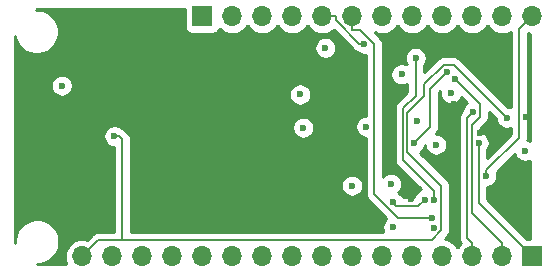
<source format=gbr>
G04 #@! TF.GenerationSoftware,KiCad,Pcbnew,(5.1.4)-1*
G04 #@! TF.CreationDate,2019-11-20T19:39:55+01:00*
G04 #@! TF.ProjectId,Open_Telemetry_digitalSensorShield,4f70656e-5f54-4656-9c65-6d657472795f,P1A_02 - Prototype manuf.*
G04 #@! TF.SameCoordinates,Original*
G04 #@! TF.FileFunction,Copper,L4,Bot*
G04 #@! TF.FilePolarity,Positive*
%FSLAX46Y46*%
G04 Gerber Fmt 4.6, Leading zero omitted, Abs format (unit mm)*
G04 Created by KiCad (PCBNEW (5.1.4)-1) date 2019-11-20 19:39:55*
%MOMM*%
%LPD*%
G04 APERTURE LIST*
%ADD10O,1.700000X1.700000*%
%ADD11R,1.700000X1.700000*%
%ADD12C,0.600000*%
%ADD13C,0.160000*%
%ADD14C,0.254000*%
G04 APERTURE END LIST*
D10*
X258445000Y-133223000D03*
X255905000Y-133223000D03*
X253365000Y-133223000D03*
X250825000Y-133223000D03*
X248285000Y-133223000D03*
X245745000Y-133223000D03*
X243205000Y-133223000D03*
X240665000Y-133223000D03*
X238125000Y-133223000D03*
X235585000Y-133223000D03*
X233045000Y-133223000D03*
D11*
X230505000Y-133223000D03*
D10*
X220345000Y-153543000D03*
X222885000Y-153543000D03*
X225425000Y-153543000D03*
X227965000Y-153543000D03*
X230505000Y-153543000D03*
X233045000Y-153543000D03*
X235585000Y-153543000D03*
X238125000Y-153543000D03*
X240665000Y-153543000D03*
X243205000Y-153543000D03*
X245745000Y-153543000D03*
X248285000Y-153543000D03*
X250825000Y-153543000D03*
X253365000Y-153543000D03*
X255905000Y-153543000D03*
D11*
X258445000Y-153543000D03*
D12*
X246700000Y-151050000D03*
X250310300Y-144077700D03*
X248705000Y-142084500D03*
X246500000Y-147400000D03*
X218624400Y-139076200D03*
X250097900Y-151099900D03*
X251569300Y-139723000D03*
X238796300Y-139829700D03*
X244415600Y-142555900D03*
X240941000Y-135882800D03*
X257840000Y-144592800D03*
X247384000Y-138120700D03*
X239065000Y-142629700D03*
X243200000Y-147550000D03*
X219235020Y-149138640D03*
X219161360Y-145130520D03*
X248197100Y-148679300D03*
X244012720Y-144477740D03*
X244438700Y-148952500D03*
X221539000Y-150760700D03*
X244223540Y-137302240D03*
X243200000Y-150550000D03*
X244045740Y-141366240D03*
X215100000Y-148700000D03*
X251818100Y-140625700D03*
X215100000Y-145750000D03*
X253987200Y-143058500D03*
X256286000Y-136796000D03*
X256298700Y-146019520D03*
X246443300Y-140402000D03*
X216500000Y-147200000D03*
X219161360Y-142128240D03*
X241239040Y-141881860D03*
X224708720Y-148645880D03*
X257957320Y-141739620D03*
X257939540Y-151643080D03*
X257939540Y-151643080D03*
X234066080Y-148617940D03*
X223509840Y-140827760D03*
X226918520Y-133192520D03*
X238150400Y-135270240D03*
X239313720Y-146110960D03*
X220878400Y-133225540D03*
X216916000Y-144078960D03*
X229453440Y-148628100D03*
X227002340Y-150715980D03*
X231886760Y-150715980D03*
X225371660Y-140294360D03*
X229412800Y-140276580D03*
X233372660Y-140281660D03*
X225356420Y-146685000D03*
X233423460Y-146700240D03*
X233408220Y-143502380D03*
X225356420Y-143517620D03*
X229397560Y-143517620D03*
X229397560Y-146685000D03*
X233253280Y-135280400D03*
X228356160Y-135315960D03*
X223641920Y-135354060D03*
X257121660Y-149085300D03*
X247002300Y-136631680D03*
X256286000Y-141783400D03*
X223070420Y-143362680D03*
X253463500Y-141288600D03*
X251938900Y-138529900D03*
X253906200Y-143916200D03*
X254573600Y-146717800D03*
X249981400Y-150287900D03*
X244232900Y-135531200D03*
X248455500Y-143954100D03*
X251241200Y-137905900D03*
X246664900Y-148950000D03*
X249342600Y-148736700D03*
X248584900Y-136747500D03*
X250148600Y-148778400D03*
D13*
X249922100Y-152169400D02*
X250754700Y-151336800D01*
X250754700Y-151336800D02*
X250754700Y-147551700D01*
X250754700Y-147551700D02*
X247868400Y-144665400D01*
X247868400Y-144665400D02*
X247868400Y-141402400D01*
X247868400Y-141402400D02*
X249280500Y-139990300D01*
X249280500Y-139990300D02*
X249280500Y-138971300D01*
X249280500Y-138971300D02*
X250948900Y-137302900D01*
X250948900Y-137302900D02*
X251805500Y-137302900D01*
X251805500Y-137302900D02*
X256286000Y-141783400D01*
X224230600Y-152169400D02*
X249922100Y-152169400D01*
X221718600Y-152169400D02*
X220345000Y-153543000D01*
X223733900Y-143601896D02*
X223733900Y-152169400D01*
X223494684Y-143362680D02*
X223733900Y-143601896D01*
X223070420Y-143362680D02*
X223494684Y-143362680D01*
X224230600Y-152169400D02*
X223733900Y-152169400D01*
X223733900Y-152169400D02*
X221718600Y-152169400D01*
X253463500Y-141288600D02*
X252963100Y-141789000D01*
X252963100Y-141789000D02*
X252963100Y-152010800D01*
X252963100Y-152010800D02*
X253365000Y-152412700D01*
X253365000Y-153543000D02*
X253365000Y-152412700D01*
X251938900Y-138529900D02*
X254048100Y-140639100D01*
X254048100Y-140639100D02*
X254048100Y-141726400D01*
X254048100Y-141726400D02*
X253323400Y-142451100D01*
X253323400Y-142451100D02*
X253323400Y-149831100D01*
X253323400Y-149831100D02*
X255905000Y-152412700D01*
X255905000Y-153543000D02*
X255905000Y-152412700D01*
X258445000Y-153543000D02*
X253906200Y-149004200D01*
X253906200Y-149004200D02*
X253906200Y-143916200D01*
X254573600Y-146717800D02*
X254573600Y-146252600D01*
X254573600Y-146252600D02*
X257348400Y-143477800D01*
X257348400Y-143477800D02*
X257348400Y-134319600D01*
X257348400Y-134319600D02*
X258445000Y-133223000D01*
X243205000Y-134353300D02*
X243893700Y-134353300D01*
X243893700Y-134353300D02*
X245086300Y-135545900D01*
X245086300Y-135545900D02*
X245086300Y-148295100D01*
X245086300Y-148295100D02*
X247079100Y-150287900D01*
X247079100Y-150287900D02*
X249981400Y-150287900D01*
X243205000Y-133223000D02*
X243205000Y-134353300D01*
X240665000Y-133223000D02*
X241795300Y-133223000D01*
X241795300Y-133223000D02*
X241795300Y-133505600D01*
X241795300Y-133505600D02*
X243820900Y-135531200D01*
X243820900Y-135531200D02*
X244232900Y-135531200D01*
X248455500Y-143954100D02*
X249820700Y-142588900D01*
X249820700Y-142588900D02*
X249820700Y-139326400D01*
X249820700Y-139326400D02*
X251241200Y-137905900D01*
X246664900Y-149035700D02*
X246890800Y-149261600D01*
X246890800Y-149261600D02*
X248817700Y-149261600D01*
X248817700Y-149261600D02*
X249342600Y-148736700D01*
X248584900Y-136747500D02*
X248584900Y-139921700D01*
X248584900Y-139921700D02*
X247508000Y-140998600D01*
X247508000Y-140998600D02*
X247508000Y-145376500D01*
X247508000Y-145376500D02*
X250148600Y-148017100D01*
X250148600Y-148017100D02*
X250148600Y-148778400D01*
D14*
G36*
X229016928Y-134073000D02*
G01*
X229029188Y-134197482D01*
X229065498Y-134317180D01*
X229124463Y-134427494D01*
X229203815Y-134524185D01*
X229300506Y-134603537D01*
X229410820Y-134662502D01*
X229530518Y-134698812D01*
X229655000Y-134711072D01*
X231355000Y-134711072D01*
X231479482Y-134698812D01*
X231599180Y-134662502D01*
X231709494Y-134603537D01*
X231806185Y-134524185D01*
X231885537Y-134427494D01*
X231944502Y-134317180D01*
X231965393Y-134248313D01*
X231989866Y-134278134D01*
X232215986Y-134463706D01*
X232473966Y-134601599D01*
X232753889Y-134686513D01*
X232972050Y-134708000D01*
X233117950Y-134708000D01*
X233336111Y-134686513D01*
X233616034Y-134601599D01*
X233874014Y-134463706D01*
X234100134Y-134278134D01*
X234285706Y-134052014D01*
X234315000Y-133997209D01*
X234344294Y-134052014D01*
X234529866Y-134278134D01*
X234755986Y-134463706D01*
X235013966Y-134601599D01*
X235293889Y-134686513D01*
X235512050Y-134708000D01*
X235657950Y-134708000D01*
X235876111Y-134686513D01*
X236156034Y-134601599D01*
X236414014Y-134463706D01*
X236640134Y-134278134D01*
X236825706Y-134052014D01*
X236855000Y-133997209D01*
X236884294Y-134052014D01*
X237069866Y-134278134D01*
X237295986Y-134463706D01*
X237553966Y-134601599D01*
X237833889Y-134686513D01*
X238052050Y-134708000D01*
X238197950Y-134708000D01*
X238416111Y-134686513D01*
X238696034Y-134601599D01*
X238954014Y-134463706D01*
X239180134Y-134278134D01*
X239365706Y-134052014D01*
X239395000Y-133997209D01*
X239424294Y-134052014D01*
X239609866Y-134278134D01*
X239835986Y-134463706D01*
X240093966Y-134601599D01*
X240373889Y-134686513D01*
X240592050Y-134708000D01*
X240737950Y-134708000D01*
X240956111Y-134686513D01*
X241236034Y-134601599D01*
X241494014Y-134463706D01*
X241630354Y-134351815D01*
X243290484Y-136011946D01*
X243312873Y-136039227D01*
X243421746Y-136128577D01*
X243545958Y-136194970D01*
X243586756Y-136207346D01*
X243636872Y-136257462D01*
X243790011Y-136359786D01*
X243960171Y-136430268D01*
X244140811Y-136466200D01*
X244324989Y-136466200D01*
X244371300Y-136456988D01*
X244371300Y-141620900D01*
X244323511Y-141620900D01*
X244142871Y-141656832D01*
X243972711Y-141727314D01*
X243819572Y-141829638D01*
X243689338Y-141959872D01*
X243587014Y-142113011D01*
X243516532Y-142283171D01*
X243480600Y-142463811D01*
X243480600Y-142647989D01*
X243516532Y-142828629D01*
X243587014Y-142998789D01*
X243689338Y-143151928D01*
X243819572Y-143282162D01*
X243972711Y-143384486D01*
X244142871Y-143454968D01*
X244323511Y-143490900D01*
X244371301Y-143490900D01*
X244371301Y-148259980D01*
X244367842Y-148295100D01*
X244371301Y-148330220D01*
X244381647Y-148435264D01*
X244422531Y-148570042D01*
X244488924Y-148694254D01*
X244578274Y-148803127D01*
X244605555Y-148825516D01*
X246103874Y-150323836D01*
X245973738Y-150453972D01*
X245871414Y-150607111D01*
X245800932Y-150777271D01*
X245765000Y-150957911D01*
X245765000Y-151142089D01*
X245800932Y-151322729D01*
X245855471Y-151454400D01*
X224448900Y-151454400D01*
X224448900Y-147457911D01*
X242265000Y-147457911D01*
X242265000Y-147642089D01*
X242300932Y-147822729D01*
X242371414Y-147992889D01*
X242473738Y-148146028D01*
X242603972Y-148276262D01*
X242757111Y-148378586D01*
X242927271Y-148449068D01*
X243107911Y-148485000D01*
X243292089Y-148485000D01*
X243472729Y-148449068D01*
X243642889Y-148378586D01*
X243796028Y-148276262D01*
X243926262Y-148146028D01*
X244028586Y-147992889D01*
X244099068Y-147822729D01*
X244135000Y-147642089D01*
X244135000Y-147457911D01*
X244099068Y-147277271D01*
X244028586Y-147107111D01*
X243926262Y-146953972D01*
X243796028Y-146823738D01*
X243642889Y-146721414D01*
X243472729Y-146650932D01*
X243292089Y-146615000D01*
X243107911Y-146615000D01*
X242927271Y-146650932D01*
X242757111Y-146721414D01*
X242603972Y-146823738D01*
X242473738Y-146953972D01*
X242371414Y-147107111D01*
X242300932Y-147277271D01*
X242265000Y-147457911D01*
X224448900Y-147457911D01*
X224448900Y-143637016D01*
X224452359Y-143601896D01*
X224438554Y-143461731D01*
X224406469Y-143355962D01*
X224397670Y-143326954D01*
X224331277Y-143202742D01*
X224267897Y-143125514D01*
X224264315Y-143121149D01*
X224264312Y-143121146D01*
X224241926Y-143093869D01*
X224214650Y-143071484D01*
X224025104Y-142881939D01*
X224002711Y-142854653D01*
X223893838Y-142765303D01*
X223769626Y-142698910D01*
X223711224Y-142681194D01*
X223666448Y-142636418D01*
X223518573Y-142537611D01*
X238130000Y-142537611D01*
X238130000Y-142721789D01*
X238165932Y-142902429D01*
X238236414Y-143072589D01*
X238338738Y-143225728D01*
X238468972Y-143355962D01*
X238622111Y-143458286D01*
X238792271Y-143528768D01*
X238972911Y-143564700D01*
X239157089Y-143564700D01*
X239337729Y-143528768D01*
X239507889Y-143458286D01*
X239661028Y-143355962D01*
X239791262Y-143225728D01*
X239893586Y-143072589D01*
X239964068Y-142902429D01*
X240000000Y-142721789D01*
X240000000Y-142537611D01*
X239964068Y-142356971D01*
X239893586Y-142186811D01*
X239791262Y-142033672D01*
X239661028Y-141903438D01*
X239507889Y-141801114D01*
X239337729Y-141730632D01*
X239157089Y-141694700D01*
X238972911Y-141694700D01*
X238792271Y-141730632D01*
X238622111Y-141801114D01*
X238468972Y-141903438D01*
X238338738Y-142033672D01*
X238236414Y-142186811D01*
X238165932Y-142356971D01*
X238130000Y-142537611D01*
X223518573Y-142537611D01*
X223513309Y-142534094D01*
X223343149Y-142463612D01*
X223162509Y-142427680D01*
X222978331Y-142427680D01*
X222797691Y-142463612D01*
X222627531Y-142534094D01*
X222474392Y-142636418D01*
X222344158Y-142766652D01*
X222241834Y-142919791D01*
X222171352Y-143089951D01*
X222135420Y-143270591D01*
X222135420Y-143454769D01*
X222171352Y-143635409D01*
X222241834Y-143805569D01*
X222344158Y-143958708D01*
X222474392Y-144088942D01*
X222627531Y-144191266D01*
X222797691Y-144261748D01*
X222978331Y-144297680D01*
X223018900Y-144297680D01*
X223018901Y-151454400D01*
X221753712Y-151454400D01*
X221718600Y-151450942D01*
X221683488Y-151454400D01*
X221683480Y-151454400D01*
X221590548Y-151463553D01*
X221578435Y-151464746D01*
X221538161Y-151476963D01*
X221443658Y-151505630D01*
X221319446Y-151572023D01*
X221319444Y-151572024D01*
X221319445Y-151572024D01*
X221237852Y-151638985D01*
X221237848Y-151638989D01*
X221210573Y-151661373D01*
X221188188Y-151688649D01*
X220759823Y-152117015D01*
X220636111Y-152079487D01*
X220417950Y-152058000D01*
X220272050Y-152058000D01*
X220053889Y-152079487D01*
X219773966Y-152164401D01*
X219515986Y-152302294D01*
X219289866Y-152487866D01*
X219104294Y-152713986D01*
X218966401Y-152971966D01*
X218881487Y-153251889D01*
X218852815Y-153543000D01*
X218881487Y-153834111D01*
X218966401Y-154114034D01*
X218996315Y-154170000D01*
X216547279Y-154170000D01*
X216502608Y-154165620D01*
X216720656Y-154165620D01*
X217084834Y-154093181D01*
X217427882Y-153951086D01*
X217736618Y-153744795D01*
X217999175Y-153482238D01*
X218205466Y-153173502D01*
X218347561Y-152830454D01*
X218420000Y-152466276D01*
X218420000Y-152094964D01*
X218347561Y-151730786D01*
X218205466Y-151387738D01*
X217999175Y-151079002D01*
X217736618Y-150816445D01*
X217427882Y-150610154D01*
X217084834Y-150468059D01*
X216720656Y-150395620D01*
X216349344Y-150395620D01*
X215985166Y-150468059D01*
X215642118Y-150610154D01*
X215333382Y-150816445D01*
X215070825Y-151079002D01*
X214864534Y-151387738D01*
X214722439Y-151730786D01*
X214650000Y-152094964D01*
X214650000Y-152415273D01*
X214635000Y-152272557D01*
X214635000Y-138984111D01*
X217689400Y-138984111D01*
X217689400Y-139168289D01*
X217725332Y-139348929D01*
X217795814Y-139519089D01*
X217898138Y-139672228D01*
X218028372Y-139802462D01*
X218181511Y-139904786D01*
X218351671Y-139975268D01*
X218532311Y-140011200D01*
X218716489Y-140011200D01*
X218897129Y-139975268D01*
X219067289Y-139904786D01*
X219220428Y-139802462D01*
X219285279Y-139737611D01*
X237861300Y-139737611D01*
X237861300Y-139921789D01*
X237897232Y-140102429D01*
X237967714Y-140272589D01*
X238070038Y-140425728D01*
X238200272Y-140555962D01*
X238353411Y-140658286D01*
X238523571Y-140728768D01*
X238704211Y-140764700D01*
X238888389Y-140764700D01*
X239069029Y-140728768D01*
X239239189Y-140658286D01*
X239392328Y-140555962D01*
X239522562Y-140425728D01*
X239624886Y-140272589D01*
X239695368Y-140102429D01*
X239731300Y-139921789D01*
X239731300Y-139737611D01*
X239695368Y-139556971D01*
X239624886Y-139386811D01*
X239522562Y-139233672D01*
X239392328Y-139103438D01*
X239239189Y-139001114D01*
X239069029Y-138930632D01*
X238888389Y-138894700D01*
X238704211Y-138894700D01*
X238523571Y-138930632D01*
X238353411Y-139001114D01*
X238200272Y-139103438D01*
X238070038Y-139233672D01*
X237967714Y-139386811D01*
X237897232Y-139556971D01*
X237861300Y-139737611D01*
X219285279Y-139737611D01*
X219350662Y-139672228D01*
X219452986Y-139519089D01*
X219523468Y-139348929D01*
X219559400Y-139168289D01*
X219559400Y-138984111D01*
X219523468Y-138803471D01*
X219452986Y-138633311D01*
X219350662Y-138480172D01*
X219220428Y-138349938D01*
X219067289Y-138247614D01*
X218897129Y-138177132D01*
X218716489Y-138141200D01*
X218532311Y-138141200D01*
X218351671Y-138177132D01*
X218181511Y-138247614D01*
X218028372Y-138349938D01*
X217898138Y-138480172D01*
X217795814Y-138633311D01*
X217725332Y-138803471D01*
X217689400Y-138984111D01*
X214635000Y-138984111D01*
X214635000Y-134894196D01*
X214671639Y-135078394D01*
X214813734Y-135421442D01*
X215020025Y-135730178D01*
X215282582Y-135992735D01*
X215591318Y-136199026D01*
X215934366Y-136341121D01*
X216298544Y-136413560D01*
X216669856Y-136413560D01*
X217034034Y-136341121D01*
X217377082Y-136199026D01*
X217685818Y-135992735D01*
X217887842Y-135790711D01*
X240006000Y-135790711D01*
X240006000Y-135974889D01*
X240041932Y-136155529D01*
X240112414Y-136325689D01*
X240214738Y-136478828D01*
X240344972Y-136609062D01*
X240498111Y-136711386D01*
X240668271Y-136781868D01*
X240848911Y-136817800D01*
X241033089Y-136817800D01*
X241213729Y-136781868D01*
X241383889Y-136711386D01*
X241537028Y-136609062D01*
X241667262Y-136478828D01*
X241769586Y-136325689D01*
X241840068Y-136155529D01*
X241876000Y-135974889D01*
X241876000Y-135790711D01*
X241840068Y-135610071D01*
X241769586Y-135439911D01*
X241667262Y-135286772D01*
X241537028Y-135156538D01*
X241383889Y-135054214D01*
X241213729Y-134983732D01*
X241033089Y-134947800D01*
X240848911Y-134947800D01*
X240668271Y-134983732D01*
X240498111Y-135054214D01*
X240344972Y-135156538D01*
X240214738Y-135286772D01*
X240112414Y-135439911D01*
X240041932Y-135610071D01*
X240006000Y-135790711D01*
X217887842Y-135790711D01*
X217948375Y-135730178D01*
X218154666Y-135421442D01*
X218296761Y-135078394D01*
X218369200Y-134714216D01*
X218369200Y-134342904D01*
X218296761Y-133978726D01*
X218154666Y-133635678D01*
X217948375Y-133326942D01*
X217685818Y-133064385D01*
X217377082Y-132858094D01*
X217034034Y-132715999D01*
X216669856Y-132643560D01*
X216403428Y-132643560D01*
X216532443Y-132630000D01*
X229016928Y-132630000D01*
X229016928Y-134073000D01*
X229016928Y-134073000D01*
G37*
X229016928Y-134073000D02*
X229029188Y-134197482D01*
X229065498Y-134317180D01*
X229124463Y-134427494D01*
X229203815Y-134524185D01*
X229300506Y-134603537D01*
X229410820Y-134662502D01*
X229530518Y-134698812D01*
X229655000Y-134711072D01*
X231355000Y-134711072D01*
X231479482Y-134698812D01*
X231599180Y-134662502D01*
X231709494Y-134603537D01*
X231806185Y-134524185D01*
X231885537Y-134427494D01*
X231944502Y-134317180D01*
X231965393Y-134248313D01*
X231989866Y-134278134D01*
X232215986Y-134463706D01*
X232473966Y-134601599D01*
X232753889Y-134686513D01*
X232972050Y-134708000D01*
X233117950Y-134708000D01*
X233336111Y-134686513D01*
X233616034Y-134601599D01*
X233874014Y-134463706D01*
X234100134Y-134278134D01*
X234285706Y-134052014D01*
X234315000Y-133997209D01*
X234344294Y-134052014D01*
X234529866Y-134278134D01*
X234755986Y-134463706D01*
X235013966Y-134601599D01*
X235293889Y-134686513D01*
X235512050Y-134708000D01*
X235657950Y-134708000D01*
X235876111Y-134686513D01*
X236156034Y-134601599D01*
X236414014Y-134463706D01*
X236640134Y-134278134D01*
X236825706Y-134052014D01*
X236855000Y-133997209D01*
X236884294Y-134052014D01*
X237069866Y-134278134D01*
X237295986Y-134463706D01*
X237553966Y-134601599D01*
X237833889Y-134686513D01*
X238052050Y-134708000D01*
X238197950Y-134708000D01*
X238416111Y-134686513D01*
X238696034Y-134601599D01*
X238954014Y-134463706D01*
X239180134Y-134278134D01*
X239365706Y-134052014D01*
X239395000Y-133997209D01*
X239424294Y-134052014D01*
X239609866Y-134278134D01*
X239835986Y-134463706D01*
X240093966Y-134601599D01*
X240373889Y-134686513D01*
X240592050Y-134708000D01*
X240737950Y-134708000D01*
X240956111Y-134686513D01*
X241236034Y-134601599D01*
X241494014Y-134463706D01*
X241630354Y-134351815D01*
X243290484Y-136011946D01*
X243312873Y-136039227D01*
X243421746Y-136128577D01*
X243545958Y-136194970D01*
X243586756Y-136207346D01*
X243636872Y-136257462D01*
X243790011Y-136359786D01*
X243960171Y-136430268D01*
X244140811Y-136466200D01*
X244324989Y-136466200D01*
X244371300Y-136456988D01*
X244371300Y-141620900D01*
X244323511Y-141620900D01*
X244142871Y-141656832D01*
X243972711Y-141727314D01*
X243819572Y-141829638D01*
X243689338Y-141959872D01*
X243587014Y-142113011D01*
X243516532Y-142283171D01*
X243480600Y-142463811D01*
X243480600Y-142647989D01*
X243516532Y-142828629D01*
X243587014Y-142998789D01*
X243689338Y-143151928D01*
X243819572Y-143282162D01*
X243972711Y-143384486D01*
X244142871Y-143454968D01*
X244323511Y-143490900D01*
X244371301Y-143490900D01*
X244371301Y-148259980D01*
X244367842Y-148295100D01*
X244371301Y-148330220D01*
X244381647Y-148435264D01*
X244422531Y-148570042D01*
X244488924Y-148694254D01*
X244578274Y-148803127D01*
X244605555Y-148825516D01*
X246103874Y-150323836D01*
X245973738Y-150453972D01*
X245871414Y-150607111D01*
X245800932Y-150777271D01*
X245765000Y-150957911D01*
X245765000Y-151142089D01*
X245800932Y-151322729D01*
X245855471Y-151454400D01*
X224448900Y-151454400D01*
X224448900Y-147457911D01*
X242265000Y-147457911D01*
X242265000Y-147642089D01*
X242300932Y-147822729D01*
X242371414Y-147992889D01*
X242473738Y-148146028D01*
X242603972Y-148276262D01*
X242757111Y-148378586D01*
X242927271Y-148449068D01*
X243107911Y-148485000D01*
X243292089Y-148485000D01*
X243472729Y-148449068D01*
X243642889Y-148378586D01*
X243796028Y-148276262D01*
X243926262Y-148146028D01*
X244028586Y-147992889D01*
X244099068Y-147822729D01*
X244135000Y-147642089D01*
X244135000Y-147457911D01*
X244099068Y-147277271D01*
X244028586Y-147107111D01*
X243926262Y-146953972D01*
X243796028Y-146823738D01*
X243642889Y-146721414D01*
X243472729Y-146650932D01*
X243292089Y-146615000D01*
X243107911Y-146615000D01*
X242927271Y-146650932D01*
X242757111Y-146721414D01*
X242603972Y-146823738D01*
X242473738Y-146953972D01*
X242371414Y-147107111D01*
X242300932Y-147277271D01*
X242265000Y-147457911D01*
X224448900Y-147457911D01*
X224448900Y-143637016D01*
X224452359Y-143601896D01*
X224438554Y-143461731D01*
X224406469Y-143355962D01*
X224397670Y-143326954D01*
X224331277Y-143202742D01*
X224267897Y-143125514D01*
X224264315Y-143121149D01*
X224264312Y-143121146D01*
X224241926Y-143093869D01*
X224214650Y-143071484D01*
X224025104Y-142881939D01*
X224002711Y-142854653D01*
X223893838Y-142765303D01*
X223769626Y-142698910D01*
X223711224Y-142681194D01*
X223666448Y-142636418D01*
X223518573Y-142537611D01*
X238130000Y-142537611D01*
X238130000Y-142721789D01*
X238165932Y-142902429D01*
X238236414Y-143072589D01*
X238338738Y-143225728D01*
X238468972Y-143355962D01*
X238622111Y-143458286D01*
X238792271Y-143528768D01*
X238972911Y-143564700D01*
X239157089Y-143564700D01*
X239337729Y-143528768D01*
X239507889Y-143458286D01*
X239661028Y-143355962D01*
X239791262Y-143225728D01*
X239893586Y-143072589D01*
X239964068Y-142902429D01*
X240000000Y-142721789D01*
X240000000Y-142537611D01*
X239964068Y-142356971D01*
X239893586Y-142186811D01*
X239791262Y-142033672D01*
X239661028Y-141903438D01*
X239507889Y-141801114D01*
X239337729Y-141730632D01*
X239157089Y-141694700D01*
X238972911Y-141694700D01*
X238792271Y-141730632D01*
X238622111Y-141801114D01*
X238468972Y-141903438D01*
X238338738Y-142033672D01*
X238236414Y-142186811D01*
X238165932Y-142356971D01*
X238130000Y-142537611D01*
X223518573Y-142537611D01*
X223513309Y-142534094D01*
X223343149Y-142463612D01*
X223162509Y-142427680D01*
X222978331Y-142427680D01*
X222797691Y-142463612D01*
X222627531Y-142534094D01*
X222474392Y-142636418D01*
X222344158Y-142766652D01*
X222241834Y-142919791D01*
X222171352Y-143089951D01*
X222135420Y-143270591D01*
X222135420Y-143454769D01*
X222171352Y-143635409D01*
X222241834Y-143805569D01*
X222344158Y-143958708D01*
X222474392Y-144088942D01*
X222627531Y-144191266D01*
X222797691Y-144261748D01*
X222978331Y-144297680D01*
X223018900Y-144297680D01*
X223018901Y-151454400D01*
X221753712Y-151454400D01*
X221718600Y-151450942D01*
X221683488Y-151454400D01*
X221683480Y-151454400D01*
X221590548Y-151463553D01*
X221578435Y-151464746D01*
X221538161Y-151476963D01*
X221443658Y-151505630D01*
X221319446Y-151572023D01*
X221319444Y-151572024D01*
X221319445Y-151572024D01*
X221237852Y-151638985D01*
X221237848Y-151638989D01*
X221210573Y-151661373D01*
X221188188Y-151688649D01*
X220759823Y-152117015D01*
X220636111Y-152079487D01*
X220417950Y-152058000D01*
X220272050Y-152058000D01*
X220053889Y-152079487D01*
X219773966Y-152164401D01*
X219515986Y-152302294D01*
X219289866Y-152487866D01*
X219104294Y-152713986D01*
X218966401Y-152971966D01*
X218881487Y-153251889D01*
X218852815Y-153543000D01*
X218881487Y-153834111D01*
X218966401Y-154114034D01*
X218996315Y-154170000D01*
X216547279Y-154170000D01*
X216502608Y-154165620D01*
X216720656Y-154165620D01*
X217084834Y-154093181D01*
X217427882Y-153951086D01*
X217736618Y-153744795D01*
X217999175Y-153482238D01*
X218205466Y-153173502D01*
X218347561Y-152830454D01*
X218420000Y-152466276D01*
X218420000Y-152094964D01*
X218347561Y-151730786D01*
X218205466Y-151387738D01*
X217999175Y-151079002D01*
X217736618Y-150816445D01*
X217427882Y-150610154D01*
X217084834Y-150468059D01*
X216720656Y-150395620D01*
X216349344Y-150395620D01*
X215985166Y-150468059D01*
X215642118Y-150610154D01*
X215333382Y-150816445D01*
X215070825Y-151079002D01*
X214864534Y-151387738D01*
X214722439Y-151730786D01*
X214650000Y-152094964D01*
X214650000Y-152415273D01*
X214635000Y-152272557D01*
X214635000Y-138984111D01*
X217689400Y-138984111D01*
X217689400Y-139168289D01*
X217725332Y-139348929D01*
X217795814Y-139519089D01*
X217898138Y-139672228D01*
X218028372Y-139802462D01*
X218181511Y-139904786D01*
X218351671Y-139975268D01*
X218532311Y-140011200D01*
X218716489Y-140011200D01*
X218897129Y-139975268D01*
X219067289Y-139904786D01*
X219220428Y-139802462D01*
X219285279Y-139737611D01*
X237861300Y-139737611D01*
X237861300Y-139921789D01*
X237897232Y-140102429D01*
X237967714Y-140272589D01*
X238070038Y-140425728D01*
X238200272Y-140555962D01*
X238353411Y-140658286D01*
X238523571Y-140728768D01*
X238704211Y-140764700D01*
X238888389Y-140764700D01*
X239069029Y-140728768D01*
X239239189Y-140658286D01*
X239392328Y-140555962D01*
X239522562Y-140425728D01*
X239624886Y-140272589D01*
X239695368Y-140102429D01*
X239731300Y-139921789D01*
X239731300Y-139737611D01*
X239695368Y-139556971D01*
X239624886Y-139386811D01*
X239522562Y-139233672D01*
X239392328Y-139103438D01*
X239239189Y-139001114D01*
X239069029Y-138930632D01*
X238888389Y-138894700D01*
X238704211Y-138894700D01*
X238523571Y-138930632D01*
X238353411Y-139001114D01*
X238200272Y-139103438D01*
X238070038Y-139233672D01*
X237967714Y-139386811D01*
X237897232Y-139556971D01*
X237861300Y-139737611D01*
X219285279Y-139737611D01*
X219350662Y-139672228D01*
X219452986Y-139519089D01*
X219523468Y-139348929D01*
X219559400Y-139168289D01*
X219559400Y-138984111D01*
X219523468Y-138803471D01*
X219452986Y-138633311D01*
X219350662Y-138480172D01*
X219220428Y-138349938D01*
X219067289Y-138247614D01*
X218897129Y-138177132D01*
X218716489Y-138141200D01*
X218532311Y-138141200D01*
X218351671Y-138177132D01*
X218181511Y-138247614D01*
X218028372Y-138349938D01*
X217898138Y-138480172D01*
X217795814Y-138633311D01*
X217725332Y-138803471D01*
X217689400Y-138984111D01*
X214635000Y-138984111D01*
X214635000Y-134894196D01*
X214671639Y-135078394D01*
X214813734Y-135421442D01*
X215020025Y-135730178D01*
X215282582Y-135992735D01*
X215591318Y-136199026D01*
X215934366Y-136341121D01*
X216298544Y-136413560D01*
X216669856Y-136413560D01*
X217034034Y-136341121D01*
X217377082Y-136199026D01*
X217685818Y-135992735D01*
X217887842Y-135790711D01*
X240006000Y-135790711D01*
X240006000Y-135974889D01*
X240041932Y-136155529D01*
X240112414Y-136325689D01*
X240214738Y-136478828D01*
X240344972Y-136609062D01*
X240498111Y-136711386D01*
X240668271Y-136781868D01*
X240848911Y-136817800D01*
X241033089Y-136817800D01*
X241213729Y-136781868D01*
X241383889Y-136711386D01*
X241537028Y-136609062D01*
X241667262Y-136478828D01*
X241769586Y-136325689D01*
X241840068Y-136155529D01*
X241876000Y-135974889D01*
X241876000Y-135790711D01*
X241840068Y-135610071D01*
X241769586Y-135439911D01*
X241667262Y-135286772D01*
X241537028Y-135156538D01*
X241383889Y-135054214D01*
X241213729Y-134983732D01*
X241033089Y-134947800D01*
X240848911Y-134947800D01*
X240668271Y-134983732D01*
X240498111Y-135054214D01*
X240344972Y-135156538D01*
X240214738Y-135286772D01*
X240112414Y-135439911D01*
X240041932Y-135610071D01*
X240006000Y-135790711D01*
X217887842Y-135790711D01*
X217948375Y-135730178D01*
X218154666Y-135421442D01*
X218296761Y-135078394D01*
X218369200Y-134714216D01*
X218369200Y-134342904D01*
X218296761Y-133978726D01*
X218154666Y-133635678D01*
X217948375Y-133326942D01*
X217685818Y-133064385D01*
X217377082Y-132858094D01*
X217034034Y-132715999D01*
X216669856Y-132643560D01*
X216403428Y-132643560D01*
X216532443Y-132630000D01*
X229016928Y-132630000D01*
X229016928Y-134073000D01*
G36*
X228092000Y-153416000D02*
G01*
X228112000Y-153416000D01*
X228112000Y-153670000D01*
X228092000Y-153670000D01*
X228092000Y-153690000D01*
X227838000Y-153690000D01*
X227838000Y-153670000D01*
X227818000Y-153670000D01*
X227818000Y-153416000D01*
X227838000Y-153416000D01*
X227838000Y-153396000D01*
X228092000Y-153396000D01*
X228092000Y-153416000D01*
X228092000Y-153416000D01*
G37*
X228092000Y-153416000D02*
X228112000Y-153416000D01*
X228112000Y-153670000D01*
X228092000Y-153670000D01*
X228092000Y-153690000D01*
X227838000Y-153690000D01*
X227838000Y-153670000D01*
X227818000Y-153670000D01*
X227818000Y-153416000D01*
X227838000Y-153416000D01*
X227838000Y-153396000D01*
X228092000Y-153396000D01*
X228092000Y-153416000D01*
G36*
X250634300Y-139630911D02*
G01*
X250634300Y-139815089D01*
X250670232Y-139995729D01*
X250740714Y-140165889D01*
X250843038Y-140319028D01*
X250973272Y-140449262D01*
X251126411Y-140551586D01*
X251296571Y-140622068D01*
X251477211Y-140658000D01*
X251661389Y-140658000D01*
X251842029Y-140622068D01*
X252012189Y-140551586D01*
X252165328Y-140449262D01*
X252295562Y-140319028D01*
X252397886Y-140165889D01*
X252446460Y-140048621D01*
X252923044Y-140525206D01*
X252867472Y-140562338D01*
X252737238Y-140692572D01*
X252634914Y-140845711D01*
X252564432Y-141015871D01*
X252528500Y-141196511D01*
X252528500Y-141212439D01*
X252482354Y-141258584D01*
X252455073Y-141280974D01*
X252365723Y-141389847D01*
X252299330Y-141514059D01*
X252258446Y-141648837D01*
X252248100Y-141753881D01*
X252248100Y-141753890D01*
X252244642Y-141789000D01*
X252248100Y-141824110D01*
X252248101Y-151975680D01*
X252244642Y-152010800D01*
X252248101Y-152045920D01*
X252258447Y-152150964D01*
X252299331Y-152285742D01*
X252365724Y-152409954D01*
X252381451Y-152429118D01*
X252309866Y-152487866D01*
X252124294Y-152713986D01*
X252095000Y-152768791D01*
X252065706Y-152713986D01*
X251880134Y-152487866D01*
X251654014Y-152302294D01*
X251396034Y-152164401D01*
X251116111Y-152079487D01*
X251031507Y-152071154D01*
X251235450Y-151867212D01*
X251262726Y-151844827D01*
X251352077Y-151735954D01*
X251418470Y-151611742D01*
X251459354Y-151476964D01*
X251469700Y-151371920D01*
X251469700Y-151371911D01*
X251473158Y-151336801D01*
X251469700Y-151301691D01*
X251469700Y-147586812D01*
X251473158Y-147551700D01*
X251469700Y-147516588D01*
X251469700Y-147516580D01*
X251459354Y-147411536D01*
X251418470Y-147276758D01*
X251352077Y-147152546D01*
X251331334Y-147127271D01*
X251285115Y-147070952D01*
X251285111Y-147070948D01*
X251262727Y-147043673D01*
X251235451Y-147021288D01*
X248957411Y-144743249D01*
X249051528Y-144680362D01*
X249181762Y-144550128D01*
X249284086Y-144396989D01*
X249354568Y-144226829D01*
X249375300Y-144122604D01*
X249375300Y-144169789D01*
X249411232Y-144350429D01*
X249481714Y-144520589D01*
X249584038Y-144673728D01*
X249714272Y-144803962D01*
X249867411Y-144906286D01*
X250037571Y-144976768D01*
X250218211Y-145012700D01*
X250402389Y-145012700D01*
X250583029Y-144976768D01*
X250753189Y-144906286D01*
X250906328Y-144803962D01*
X251036562Y-144673728D01*
X251138886Y-144520589D01*
X251209368Y-144350429D01*
X251245300Y-144169789D01*
X251245300Y-143985611D01*
X251209368Y-143804971D01*
X251138886Y-143634811D01*
X251036562Y-143481672D01*
X250906328Y-143351438D01*
X250753189Y-143249114D01*
X250583029Y-143178632D01*
X250402389Y-143142700D01*
X250278063Y-143142700D01*
X250301456Y-143119307D01*
X250328726Y-143096927D01*
X250351107Y-143069656D01*
X250351114Y-143069649D01*
X250418076Y-142988055D01*
X250418078Y-142988053D01*
X250484470Y-142863842D01*
X250525354Y-142729064D01*
X250535700Y-142624020D01*
X250535700Y-142624011D01*
X250539158Y-142588901D01*
X250535700Y-142553791D01*
X250535700Y-139622561D01*
X250660856Y-139497405D01*
X250634300Y-139630911D01*
X250634300Y-139630911D01*
G37*
X250634300Y-139630911D02*
X250634300Y-139815089D01*
X250670232Y-139995729D01*
X250740714Y-140165889D01*
X250843038Y-140319028D01*
X250973272Y-140449262D01*
X251126411Y-140551586D01*
X251296571Y-140622068D01*
X251477211Y-140658000D01*
X251661389Y-140658000D01*
X251842029Y-140622068D01*
X252012189Y-140551586D01*
X252165328Y-140449262D01*
X252295562Y-140319028D01*
X252397886Y-140165889D01*
X252446460Y-140048621D01*
X252923044Y-140525206D01*
X252867472Y-140562338D01*
X252737238Y-140692572D01*
X252634914Y-140845711D01*
X252564432Y-141015871D01*
X252528500Y-141196511D01*
X252528500Y-141212439D01*
X252482354Y-141258584D01*
X252455073Y-141280974D01*
X252365723Y-141389847D01*
X252299330Y-141514059D01*
X252258446Y-141648837D01*
X252248100Y-141753881D01*
X252248100Y-141753890D01*
X252244642Y-141789000D01*
X252248100Y-141824110D01*
X252248101Y-151975680D01*
X252244642Y-152010800D01*
X252248101Y-152045920D01*
X252258447Y-152150964D01*
X252299331Y-152285742D01*
X252365724Y-152409954D01*
X252381451Y-152429118D01*
X252309866Y-152487866D01*
X252124294Y-152713986D01*
X252095000Y-152768791D01*
X252065706Y-152713986D01*
X251880134Y-152487866D01*
X251654014Y-152302294D01*
X251396034Y-152164401D01*
X251116111Y-152079487D01*
X251031507Y-152071154D01*
X251235450Y-151867212D01*
X251262726Y-151844827D01*
X251352077Y-151735954D01*
X251418470Y-151611742D01*
X251459354Y-151476964D01*
X251469700Y-151371920D01*
X251469700Y-151371911D01*
X251473158Y-151336801D01*
X251469700Y-151301691D01*
X251469700Y-147586812D01*
X251473158Y-147551700D01*
X251469700Y-147516588D01*
X251469700Y-147516580D01*
X251459354Y-147411536D01*
X251418470Y-147276758D01*
X251352077Y-147152546D01*
X251331334Y-147127271D01*
X251285115Y-147070952D01*
X251285111Y-147070948D01*
X251262727Y-147043673D01*
X251235451Y-147021288D01*
X248957411Y-144743249D01*
X249051528Y-144680362D01*
X249181762Y-144550128D01*
X249284086Y-144396989D01*
X249354568Y-144226829D01*
X249375300Y-144122604D01*
X249375300Y-144169789D01*
X249411232Y-144350429D01*
X249481714Y-144520589D01*
X249584038Y-144673728D01*
X249714272Y-144803962D01*
X249867411Y-144906286D01*
X250037571Y-144976768D01*
X250218211Y-145012700D01*
X250402389Y-145012700D01*
X250583029Y-144976768D01*
X250753189Y-144906286D01*
X250906328Y-144803962D01*
X251036562Y-144673728D01*
X251138886Y-144520589D01*
X251209368Y-144350429D01*
X251245300Y-144169789D01*
X251245300Y-143985611D01*
X251209368Y-143804971D01*
X251138886Y-143634811D01*
X251036562Y-143481672D01*
X250906328Y-143351438D01*
X250753189Y-143249114D01*
X250583029Y-143178632D01*
X250402389Y-143142700D01*
X250278063Y-143142700D01*
X250301456Y-143119307D01*
X250328726Y-143096927D01*
X250351107Y-143069656D01*
X250351114Y-143069649D01*
X250418076Y-142988055D01*
X250418078Y-142988053D01*
X250484470Y-142863842D01*
X250525354Y-142729064D01*
X250535700Y-142624020D01*
X250535700Y-142624011D01*
X250539158Y-142588901D01*
X250535700Y-142553791D01*
X250535700Y-139622561D01*
X250660856Y-139497405D01*
X250634300Y-139630911D01*
G36*
X257011414Y-145035689D02*
G01*
X257113738Y-145188828D01*
X257243972Y-145319062D01*
X257397111Y-145421386D01*
X257567271Y-145491868D01*
X257747911Y-145527800D01*
X257932089Y-145527800D01*
X258112729Y-145491868D01*
X258273000Y-145425482D01*
X258273000Y-152054928D01*
X257968091Y-152054928D01*
X254621200Y-148708039D01*
X254621200Y-147652800D01*
X254665689Y-147652800D01*
X254846329Y-147616868D01*
X255016489Y-147546386D01*
X255169628Y-147444062D01*
X255299862Y-147313828D01*
X255402186Y-147160689D01*
X255472668Y-146990529D01*
X255508600Y-146809889D01*
X255508600Y-146625711D01*
X255472668Y-146445071D01*
X255449126Y-146388235D01*
X256949983Y-144887380D01*
X257011414Y-145035689D01*
X257011414Y-145035689D01*
G37*
X257011414Y-145035689D02*
X257113738Y-145188828D01*
X257243972Y-145319062D01*
X257397111Y-145421386D01*
X257567271Y-145491868D01*
X257747911Y-145527800D01*
X257932089Y-145527800D01*
X258112729Y-145491868D01*
X258273000Y-145425482D01*
X258273000Y-152054928D01*
X257968091Y-152054928D01*
X254621200Y-148708039D01*
X254621200Y-147652800D01*
X254665689Y-147652800D01*
X254846329Y-147616868D01*
X255016489Y-147546386D01*
X255169628Y-147444062D01*
X255299862Y-147313828D01*
X255402186Y-147160689D01*
X255472668Y-146990529D01*
X255508600Y-146809889D01*
X255508600Y-146625711D01*
X255472668Y-146445071D01*
X255449126Y-146388235D01*
X256949983Y-144887380D01*
X257011414Y-145035689D01*
G36*
X254664294Y-134052014D02*
G01*
X254849866Y-134278134D01*
X255075986Y-134463706D01*
X255333966Y-134601599D01*
X255613889Y-134686513D01*
X255832050Y-134708000D01*
X255977950Y-134708000D01*
X256196111Y-134686513D01*
X256476034Y-134601599D01*
X256633401Y-134517485D01*
X256633400Y-140915262D01*
X256558729Y-140884332D01*
X256378089Y-140848400D01*
X256362163Y-140848400D01*
X252335920Y-136822159D01*
X252313527Y-136794873D01*
X252204654Y-136705523D01*
X252080442Y-136639130D01*
X251945664Y-136598246D01*
X251840620Y-136587900D01*
X251840610Y-136587900D01*
X251805500Y-136584442D01*
X251770390Y-136587900D01*
X250984010Y-136587900D01*
X250948900Y-136584442D01*
X250913790Y-136587900D01*
X250913780Y-136587900D01*
X250808736Y-136598246D01*
X250673958Y-136639130D01*
X250549746Y-136705523D01*
X250549744Y-136705524D01*
X250549745Y-136705524D01*
X250468152Y-136772485D01*
X250468148Y-136772489D01*
X250440873Y-136794873D01*
X250418488Y-136822149D01*
X249299900Y-137940738D01*
X249299900Y-137354790D01*
X249311162Y-137343528D01*
X249413486Y-137190389D01*
X249483968Y-137020229D01*
X249519900Y-136839589D01*
X249519900Y-136655411D01*
X249483968Y-136474771D01*
X249413486Y-136304611D01*
X249311162Y-136151472D01*
X249180928Y-136021238D01*
X249027789Y-135918914D01*
X248857629Y-135848432D01*
X248676989Y-135812500D01*
X248492811Y-135812500D01*
X248312171Y-135848432D01*
X248142011Y-135918914D01*
X247988872Y-136021238D01*
X247858638Y-136151472D01*
X247756314Y-136304611D01*
X247685832Y-136474771D01*
X247649900Y-136655411D01*
X247649900Y-136839589D01*
X247685832Y-137020229D01*
X247756314Y-137190389D01*
X247823288Y-137290622D01*
X247656729Y-137221632D01*
X247476089Y-137185700D01*
X247291911Y-137185700D01*
X247111271Y-137221632D01*
X246941111Y-137292114D01*
X246787972Y-137394438D01*
X246657738Y-137524672D01*
X246555414Y-137677811D01*
X246484932Y-137847971D01*
X246449000Y-138028611D01*
X246449000Y-138212789D01*
X246484932Y-138393429D01*
X246555414Y-138563589D01*
X246657738Y-138716728D01*
X246787972Y-138846962D01*
X246941111Y-138949286D01*
X247111271Y-139019768D01*
X247291911Y-139055700D01*
X247476089Y-139055700D01*
X247656729Y-139019768D01*
X247826889Y-138949286D01*
X247869901Y-138920547D01*
X247869901Y-139625537D01*
X247027255Y-140468184D01*
X246999973Y-140490574D01*
X246910623Y-140599447D01*
X246844230Y-140723659D01*
X246803346Y-140858437D01*
X246793000Y-140963481D01*
X246793000Y-140963490D01*
X246789542Y-140998600D01*
X246793000Y-141033710D01*
X246793001Y-145341380D01*
X246789542Y-145376500D01*
X246793001Y-145411620D01*
X246803347Y-145516664D01*
X246844231Y-145651442D01*
X246910624Y-145775654D01*
X246999974Y-145884527D01*
X247027255Y-145906916D01*
X248990745Y-147870407D01*
X248899711Y-147908114D01*
X248746572Y-148010438D01*
X248616338Y-148140672D01*
X248514014Y-148293811D01*
X248443532Y-148463971D01*
X248427096Y-148546600D01*
X247509843Y-148546600D01*
X247493486Y-148507111D01*
X247391162Y-148353972D01*
X247260928Y-148223738D01*
X247107789Y-148121414D01*
X247102901Y-148119389D01*
X247226262Y-147996028D01*
X247328586Y-147842889D01*
X247399068Y-147672729D01*
X247435000Y-147492089D01*
X247435000Y-147307911D01*
X247399068Y-147127271D01*
X247328586Y-146957111D01*
X247226262Y-146803972D01*
X247096028Y-146673738D01*
X246942889Y-146571414D01*
X246772729Y-146500932D01*
X246592089Y-146465000D01*
X246407911Y-146465000D01*
X246227271Y-146500932D01*
X246057111Y-146571414D01*
X245903972Y-146673738D01*
X245801300Y-146776410D01*
X245801300Y-135581009D01*
X245804758Y-135545899D01*
X245801300Y-135510789D01*
X245801300Y-135510780D01*
X245790954Y-135405736D01*
X245750070Y-135270958D01*
X245683677Y-135146746D01*
X245627581Y-135078394D01*
X245616714Y-135065152D01*
X245616712Y-135065150D01*
X245594326Y-135037873D01*
X245567050Y-135015488D01*
X245129270Y-134577709D01*
X245173966Y-134601599D01*
X245453889Y-134686513D01*
X245672050Y-134708000D01*
X245817950Y-134708000D01*
X246036111Y-134686513D01*
X246316034Y-134601599D01*
X246574014Y-134463706D01*
X246800134Y-134278134D01*
X246985706Y-134052014D01*
X247015000Y-133997209D01*
X247044294Y-134052014D01*
X247229866Y-134278134D01*
X247455986Y-134463706D01*
X247713966Y-134601599D01*
X247993889Y-134686513D01*
X248212050Y-134708000D01*
X248357950Y-134708000D01*
X248576111Y-134686513D01*
X248856034Y-134601599D01*
X249114014Y-134463706D01*
X249340134Y-134278134D01*
X249525706Y-134052014D01*
X249555000Y-133997209D01*
X249584294Y-134052014D01*
X249769866Y-134278134D01*
X249995986Y-134463706D01*
X250253966Y-134601599D01*
X250533889Y-134686513D01*
X250752050Y-134708000D01*
X250897950Y-134708000D01*
X251116111Y-134686513D01*
X251396034Y-134601599D01*
X251654014Y-134463706D01*
X251880134Y-134278134D01*
X252065706Y-134052014D01*
X252095000Y-133997209D01*
X252124294Y-134052014D01*
X252309866Y-134278134D01*
X252535986Y-134463706D01*
X252793966Y-134601599D01*
X253073889Y-134686513D01*
X253292050Y-134708000D01*
X253437950Y-134708000D01*
X253656111Y-134686513D01*
X253936034Y-134601599D01*
X254194014Y-134463706D01*
X254420134Y-134278134D01*
X254605706Y-134052014D01*
X254635000Y-133997209D01*
X254664294Y-134052014D01*
X254664294Y-134052014D01*
G37*
X254664294Y-134052014D02*
X254849866Y-134278134D01*
X255075986Y-134463706D01*
X255333966Y-134601599D01*
X255613889Y-134686513D01*
X255832050Y-134708000D01*
X255977950Y-134708000D01*
X256196111Y-134686513D01*
X256476034Y-134601599D01*
X256633401Y-134517485D01*
X256633400Y-140915262D01*
X256558729Y-140884332D01*
X256378089Y-140848400D01*
X256362163Y-140848400D01*
X252335920Y-136822159D01*
X252313527Y-136794873D01*
X252204654Y-136705523D01*
X252080442Y-136639130D01*
X251945664Y-136598246D01*
X251840620Y-136587900D01*
X251840610Y-136587900D01*
X251805500Y-136584442D01*
X251770390Y-136587900D01*
X250984010Y-136587900D01*
X250948900Y-136584442D01*
X250913790Y-136587900D01*
X250913780Y-136587900D01*
X250808736Y-136598246D01*
X250673958Y-136639130D01*
X250549746Y-136705523D01*
X250549744Y-136705524D01*
X250549745Y-136705524D01*
X250468152Y-136772485D01*
X250468148Y-136772489D01*
X250440873Y-136794873D01*
X250418488Y-136822149D01*
X249299900Y-137940738D01*
X249299900Y-137354790D01*
X249311162Y-137343528D01*
X249413486Y-137190389D01*
X249483968Y-137020229D01*
X249519900Y-136839589D01*
X249519900Y-136655411D01*
X249483968Y-136474771D01*
X249413486Y-136304611D01*
X249311162Y-136151472D01*
X249180928Y-136021238D01*
X249027789Y-135918914D01*
X248857629Y-135848432D01*
X248676989Y-135812500D01*
X248492811Y-135812500D01*
X248312171Y-135848432D01*
X248142011Y-135918914D01*
X247988872Y-136021238D01*
X247858638Y-136151472D01*
X247756314Y-136304611D01*
X247685832Y-136474771D01*
X247649900Y-136655411D01*
X247649900Y-136839589D01*
X247685832Y-137020229D01*
X247756314Y-137190389D01*
X247823288Y-137290622D01*
X247656729Y-137221632D01*
X247476089Y-137185700D01*
X247291911Y-137185700D01*
X247111271Y-137221632D01*
X246941111Y-137292114D01*
X246787972Y-137394438D01*
X246657738Y-137524672D01*
X246555414Y-137677811D01*
X246484932Y-137847971D01*
X246449000Y-138028611D01*
X246449000Y-138212789D01*
X246484932Y-138393429D01*
X246555414Y-138563589D01*
X246657738Y-138716728D01*
X246787972Y-138846962D01*
X246941111Y-138949286D01*
X247111271Y-139019768D01*
X247291911Y-139055700D01*
X247476089Y-139055700D01*
X247656729Y-139019768D01*
X247826889Y-138949286D01*
X247869901Y-138920547D01*
X247869901Y-139625537D01*
X247027255Y-140468184D01*
X246999973Y-140490574D01*
X246910623Y-140599447D01*
X246844230Y-140723659D01*
X246803346Y-140858437D01*
X246793000Y-140963481D01*
X246793000Y-140963490D01*
X246789542Y-140998600D01*
X246793000Y-141033710D01*
X246793001Y-145341380D01*
X246789542Y-145376500D01*
X246793001Y-145411620D01*
X246803347Y-145516664D01*
X246844231Y-145651442D01*
X246910624Y-145775654D01*
X246999974Y-145884527D01*
X247027255Y-145906916D01*
X248990745Y-147870407D01*
X248899711Y-147908114D01*
X248746572Y-148010438D01*
X248616338Y-148140672D01*
X248514014Y-148293811D01*
X248443532Y-148463971D01*
X248427096Y-148546600D01*
X247509843Y-148546600D01*
X247493486Y-148507111D01*
X247391162Y-148353972D01*
X247260928Y-148223738D01*
X247107789Y-148121414D01*
X247102901Y-148119389D01*
X247226262Y-147996028D01*
X247328586Y-147842889D01*
X247399068Y-147672729D01*
X247435000Y-147492089D01*
X247435000Y-147307911D01*
X247399068Y-147127271D01*
X247328586Y-146957111D01*
X247226262Y-146803972D01*
X247096028Y-146673738D01*
X246942889Y-146571414D01*
X246772729Y-146500932D01*
X246592089Y-146465000D01*
X246407911Y-146465000D01*
X246227271Y-146500932D01*
X246057111Y-146571414D01*
X245903972Y-146673738D01*
X245801300Y-146776410D01*
X245801300Y-135581009D01*
X245804758Y-135545899D01*
X245801300Y-135510789D01*
X245801300Y-135510780D01*
X245790954Y-135405736D01*
X245750070Y-135270958D01*
X245683677Y-135146746D01*
X245627581Y-135078394D01*
X245616714Y-135065152D01*
X245616712Y-135065150D01*
X245594326Y-135037873D01*
X245567050Y-135015488D01*
X245129270Y-134577709D01*
X245173966Y-134601599D01*
X245453889Y-134686513D01*
X245672050Y-134708000D01*
X245817950Y-134708000D01*
X246036111Y-134686513D01*
X246316034Y-134601599D01*
X246574014Y-134463706D01*
X246800134Y-134278134D01*
X246985706Y-134052014D01*
X247015000Y-133997209D01*
X247044294Y-134052014D01*
X247229866Y-134278134D01*
X247455986Y-134463706D01*
X247713966Y-134601599D01*
X247993889Y-134686513D01*
X248212050Y-134708000D01*
X248357950Y-134708000D01*
X248576111Y-134686513D01*
X248856034Y-134601599D01*
X249114014Y-134463706D01*
X249340134Y-134278134D01*
X249525706Y-134052014D01*
X249555000Y-133997209D01*
X249584294Y-134052014D01*
X249769866Y-134278134D01*
X249995986Y-134463706D01*
X250253966Y-134601599D01*
X250533889Y-134686513D01*
X250752050Y-134708000D01*
X250897950Y-134708000D01*
X251116111Y-134686513D01*
X251396034Y-134601599D01*
X251654014Y-134463706D01*
X251880134Y-134278134D01*
X252065706Y-134052014D01*
X252095000Y-133997209D01*
X252124294Y-134052014D01*
X252309866Y-134278134D01*
X252535986Y-134463706D01*
X252793966Y-134601599D01*
X253073889Y-134686513D01*
X253292050Y-134708000D01*
X253437950Y-134708000D01*
X253656111Y-134686513D01*
X253936034Y-134601599D01*
X254194014Y-134463706D01*
X254420134Y-134278134D01*
X254605706Y-134052014D01*
X254635000Y-133997209D01*
X254664294Y-134052014D01*
G36*
X255351000Y-141859563D02*
G01*
X255351000Y-141875489D01*
X255386932Y-142056129D01*
X255457414Y-142226289D01*
X255559738Y-142379428D01*
X255689972Y-142509662D01*
X255843111Y-142611986D01*
X256013271Y-142682468D01*
X256193911Y-142718400D01*
X256378089Y-142718400D01*
X256558729Y-142682468D01*
X256633400Y-142651538D01*
X256633400Y-143181637D01*
X254621200Y-145193839D01*
X254621200Y-144523490D01*
X254632462Y-144512228D01*
X254734786Y-144359089D01*
X254805268Y-144188929D01*
X254841200Y-144008289D01*
X254841200Y-143824111D01*
X254805268Y-143643471D01*
X254734786Y-143473311D01*
X254632462Y-143320172D01*
X254502228Y-143189938D01*
X254349089Y-143087614D01*
X254178929Y-143017132D01*
X254038400Y-142989179D01*
X254038400Y-142747262D01*
X254528851Y-142256812D01*
X254556127Y-142234427D01*
X254578511Y-142207152D01*
X254578515Y-142207148D01*
X254645476Y-142125555D01*
X254647987Y-142120858D01*
X254711870Y-142001342D01*
X254741569Y-141903438D01*
X254752754Y-141866565D01*
X254756391Y-141829638D01*
X254763100Y-141761520D01*
X254763100Y-141761512D01*
X254766558Y-141726400D01*
X254763100Y-141691288D01*
X254763100Y-141271663D01*
X255351000Y-141859563D01*
X255351000Y-141859563D01*
G37*
X255351000Y-141859563D02*
X255351000Y-141875489D01*
X255386932Y-142056129D01*
X255457414Y-142226289D01*
X255559738Y-142379428D01*
X255689972Y-142509662D01*
X255843111Y-142611986D01*
X256013271Y-142682468D01*
X256193911Y-142718400D01*
X256378089Y-142718400D01*
X256558729Y-142682468D01*
X256633400Y-142651538D01*
X256633400Y-143181637D01*
X254621200Y-145193839D01*
X254621200Y-144523490D01*
X254632462Y-144512228D01*
X254734786Y-144359089D01*
X254805268Y-144188929D01*
X254841200Y-144008289D01*
X254841200Y-143824111D01*
X254805268Y-143643471D01*
X254734786Y-143473311D01*
X254632462Y-143320172D01*
X254502228Y-143189938D01*
X254349089Y-143087614D01*
X254178929Y-143017132D01*
X254038400Y-142989179D01*
X254038400Y-142747262D01*
X254528851Y-142256812D01*
X254556127Y-142234427D01*
X254578511Y-142207152D01*
X254578515Y-142207148D01*
X254645476Y-142125555D01*
X254647987Y-142120858D01*
X254711870Y-142001342D01*
X254741569Y-141903438D01*
X254752754Y-141866565D01*
X254756391Y-141829638D01*
X254763100Y-141761520D01*
X254763100Y-141761512D01*
X254766558Y-141726400D01*
X254763100Y-141691288D01*
X254763100Y-141271663D01*
X255351000Y-141859563D01*
G36*
X258153889Y-134686513D02*
G01*
X258273000Y-134698244D01*
X258273000Y-143760118D01*
X258112729Y-143693732D01*
X258034774Y-143678226D01*
X258053054Y-143617964D01*
X258063400Y-143512920D01*
X258063400Y-143512910D01*
X258066858Y-143477800D01*
X258063400Y-143442690D01*
X258063400Y-134659063D01*
X258153889Y-134686513D01*
X258153889Y-134686513D01*
G37*
X258153889Y-134686513D02*
X258273000Y-134698244D01*
X258273000Y-143760118D01*
X258112729Y-143693732D01*
X258034774Y-143678226D01*
X258053054Y-143617964D01*
X258063400Y-143512920D01*
X258063400Y-143512910D01*
X258066858Y-143477800D01*
X258063400Y-143442690D01*
X258063400Y-134659063D01*
X258153889Y-134686513D01*
M02*

</source>
